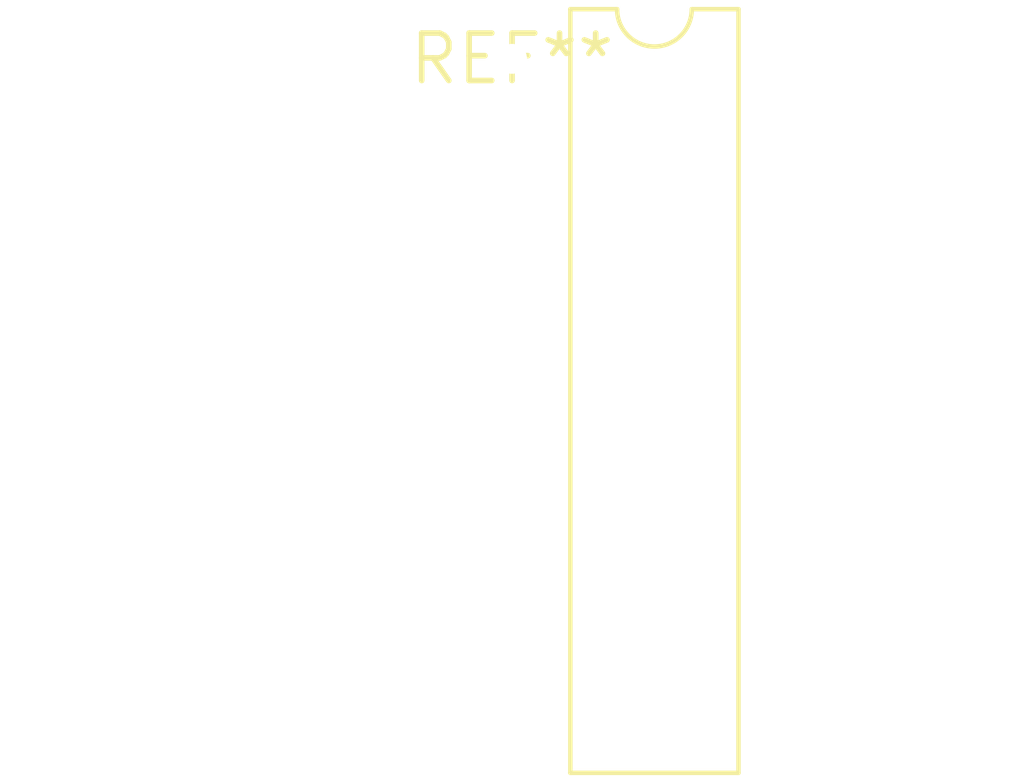
<source format=kicad_pcb>
(kicad_pcb (version 20240108) (generator pcbnew)
  (layers (0 "F.Cu" signal) (31 "B.Cu" signal) (34 "B.Paste" user) (35 "F.Paste" user) (36 "B.SilkS" user "B.Silkscreen") (37 "F.SilkS" user "F.Silkscreen") (38 "B.Mask" user) (39 "F.Mask" user) (44 "Edge.Cuts" user))
  (net 0 "")
  (footprint "DIP-16_W7.62mm_LongPads" (layer "F.Cu") (at 0 0)
    (property "Reference" "REF**")
    (property "Value" "DIP-16_W7.62mm_LongPads")
    (fp_line (start 1.56 -1.33) (end 1.56 19.11) (layer "F.SilkS") (stroke (width 0.12)))
    (fp_line (start 1.56 19.11) (end 6.06 19.11) (layer "F.SilkS") (stroke (width 0.12)))
    (fp_line (start 2.81 -1.33) (end 1.56 -1.33) (layer "F.SilkS") (stroke (width 0.12)))
    (fp_line (start 6.06 -1.33) (end 4.81 -1.33) (layer "F.SilkS") (stroke (width 0.12)))
    (fp_line (start 6.06 19.11) (end 6.06 -1.33) (layer "F.SilkS") (stroke (width 0.12)))
    (fp_arc (start 4.81 -1.33) (mid 3.81 -0.33) (end 2.81 -1.33) (layer "F.SilkS") (stroke (width 0.12)))
    (pad "1" thru_hole rect (at 0 0) (size 2.4 1.6) (drill 0.8) (layers *.Cu *.Mask) (remove_unused_layers))
    (pad "2" thru_hole oval (at 0 2.54) (size 2.4 1.6) (drill 0.8) (layers *.Cu *.Mask) (remove_unused_layers))
    (pad "3" thru_hole oval (at 0 5.08) (size 2.4 1.6) (drill 0.8) (layers *.Cu *.Mask) (remove_unused_layers))
    (pad "4" thru_hole oval (at 0 7.62) (size 2.4 1.6) (drill 0.8) (layers *.Cu *.Mask) (remove_unused_layers))
    (pad "5" thru_hole oval (at 0 10.16) (size 2.4 1.6) (drill 0.8) (layers *.Cu *.Mask) (remove_unused_layers))
    (pad "6" thru_hole oval (at 0 12.7) (size 2.4 1.6) (drill 0.8) (layers *.Cu *.Mask) (remove_unused_layers))
    (pad "7" thru_hole oval (at 0 15.24) (size 2.4 1.6) (drill 0.8) (layers *.Cu *.Mask) (remove_unused_layers))
    (pad "8" thru_hole oval (at 0 17.78) (size 2.4 1.6) (drill 0.8) (layers *.Cu *.Mask) (remove_unused_layers))
    (pad "9" thru_hole oval (at 7.62 17.78) (size 2.4 1.6) (drill 0.8) (layers *.Cu *.Mask) (remove_unused_layers))
    (pad "10" thru_hole oval (at 7.62 15.24) (size 2.4 1.6) (drill 0.8) (layers *.Cu *.Mask) (remove_unused_layers))
    (pad "11" thru_hole oval (at 7.62 12.7) (size 2.4 1.6) (drill 0.8) (layers *.Cu *.Mask) (remove_unused_layers))
    (pad "12" thru_hole oval (at 7.62 10.16) (size 2.4 1.6) (drill 0.8) (layers *.Cu *.Mask) (remove_unused_layers))
    (pad "13" thru_hole oval (at 7.62 7.62) (size 2.4 1.6) (drill 0.8) (layers *.Cu *.Mask) (remove_unused_layers))
    (pad "14" thru_hole oval (at 7.62 5.08) (size 2.4 1.6) (drill 0.8) (layers *.Cu *.Mask) (remove_unused_layers))
    (pad "15" thru_hole oval (at 7.62 2.54) (size 2.4 1.6) (drill 0.8) (layers *.Cu *.Mask) (remove_unused_layers))
    (pad "16" thru_hole oval (at 7.62 0) (size 2.4 1.6) (drill 0.8) (layers *.Cu *.Mask) (remove_unused_layers))
  )
)
</source>
